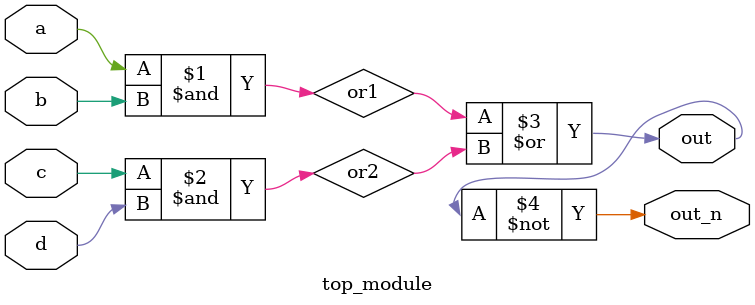
<source format=v>

module top_module(
    input a,
    input b,
    input c,
    input d,
    output out,
    output out_n   ); 
wire or1, or2;
assign or1 = a & b;
assign or2 = c & d;
assign out = or1 | or2;
assign out_n = ~out;
endmodule
</source>
